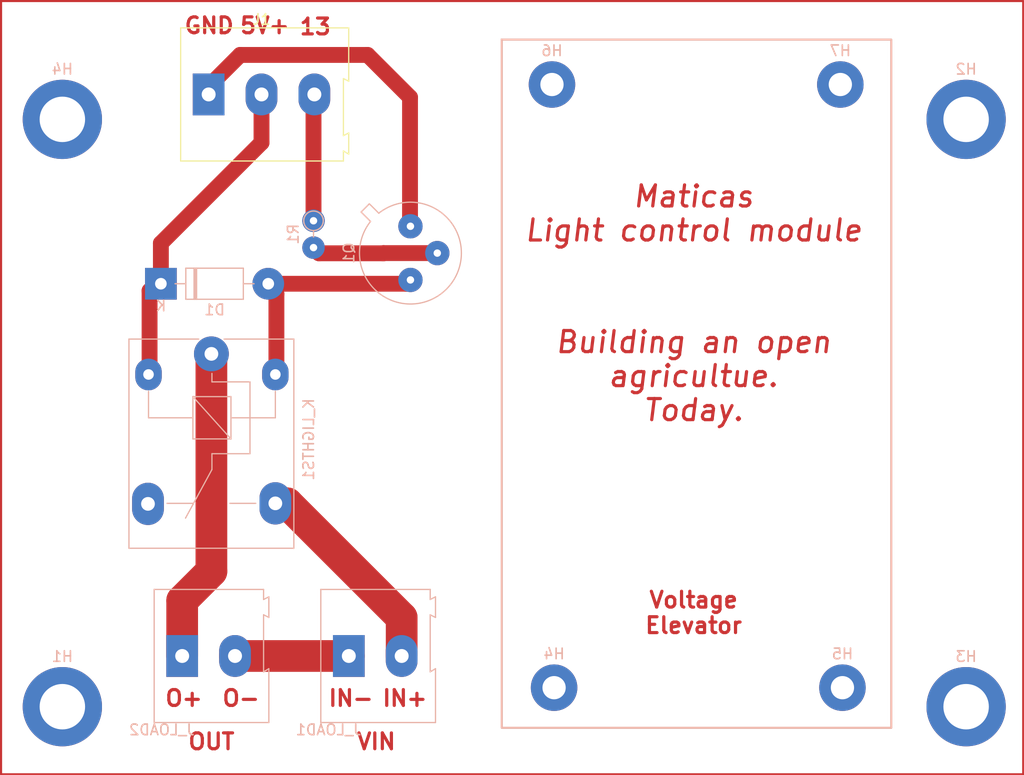
<source format=kicad_pcb>
(kicad_pcb (version 20211014) (generator pcbnew)
  (layers (0 "F.Cu" signal) (31 "B.Cu" signal) (34 "B.Paste" user) (35 "F.Paste" user) (36 "B.SilkS" user "B.Silkscreen") (37 "F.SilkS" user "F.Silkscreen") (38 "B.Mask" user) (39 "F.Mask" user) (44 "Edge.Cuts" user))
  (net 0 "")
  (net 1 "3.3V SIG")
  (net 2 "5V+")
  (net 3 "Net-(K_LIGHTS1-Pad2)")
  (net 4 "GND LOAD")
  (net 5 "GND5V")
  (net 6 "Normally O")
  (net 7 "LOAD IN")
  (net 8 "Normally C")
  (net 9 "Net-(Q1-Pad2)")
  (footprint "TerminalBlock:TerminalBlock_Altech_AK300-3_P5.00mm" (layer "F.Cu") (at 112.24 56.54)
    (fp_text reference "J1" (at 5 -7.1) (layer "F.SilkS"))
    (fp_text value "Screw_Terminal_01x03")
    (fp_line (start 12.75 -1.5) (end 13.25 -1.25) (layer "F.SilkS") (width 0.12))
    (fp_line (start 12.75 5.35) (end 13.25 5.65) (layer "F.SilkS") (width 0.12))
    (fp_line (start 13.25 3.65) (end 12.75 3.9) (layer "F.SilkS") (width 0.12))
    (fp_line (start -2.65 6.3) (end 12.75 6.3) (layer "F.SilkS") (width 0.12))
    (fp_line (start 13.25 -6.3) (end -2.65 -6.3) (layer "F.SilkS") (width 0.12))
    (fp_line (start 12.75 6.3) (end 12.75 5.35) (layer "F.SilkS") (width 0.12))
    (fp_line (start 12.75 3.9) (end 12.75 -1.5) (layer "F.SilkS") (width 0.12))
    (fp_line (start 13.25 5.65) (end 13.25 3.65) (layer "F.SilkS") (width 0.12))
    (fp_line (start -2.65 -6.3) (end -2.65 6.3) (layer "F.SilkS") (width 0.12))
    (fp_line (start 13.25 -1.25) (end 13.25 -6.3) (layer "F.SilkS") (width 0.12))
    (pad "1" thru_hole rect (at 0 0) (size 3 3.96) (drill 1.32) (layers *.Cu *.Mask) (net 5 "GND5V"))
    (pad "2" thru_hole oval (at 5 0) (size 3 3.96) (drill 1.32) (layers *.Cu *.Mask) (net 2 "5V+"))
    (pad "3" thru_hole oval (at 10 0) (size 3 3.96) (drill 1.32) (layers *.Cu *.Mask) (net 1 "3.3V SIG"))
  )
  (footprint "MountingHole:MountingHole_4.3mm_M4_DIN965_Pad" (layer "B.Cu") (at 98.4 58.9 180)
    (fp_text reference "H4" (at 0 4.75) (layer "B.SilkS") (effects (justify mirror)))
    (fp_text value "MountingHole")
    (pad "1" thru_hole circle (at 0 0 180) (size 7.5 7.5) (drill 4.3) (layers *.Cu *.Mask))
  )
  (footprint "MountingHole:MountingHole_2.2mm_M2_Pad" (layer "B.Cu") (at 144.72 55.6 180)
    (fp_text reference "H6" (at 0 3.2) (layer "B.SilkS") (effects (justify mirror)))
    (fp_text value "MountingHole")
    (pad "1" thru_hole circle (at 0 0 180) (size 4.4 4.4) (drill 2.2) (layers F&B.Cu *.Mask))
  )
  (footprint "Package_TO_SOT_THT:TO-39-3" (layer "B.Cu") (at 131.33 69.02 -90)
    (fp_text reference "Q1" (at 2.54 5.82 90) (layer "B.SilkS") (effects (justify mirror)))
    (fp_text value "2N2219")
    (fp_line (start -0.457084 3.774902) (end -1.348039 4.665856) (layer "B.SilkS") (width 0.12))
    (fp_line (start -2.125856 3.888039) (end -1.234902 2.997084) (layer "B.SilkS") (width 0.12))
    (fp_line (start -1.348039 4.665856) (end -2.125856 3.888039) (layer "B.SilkS") (width 0.12))
    (fp_arc (start -1.234674 2.997371) (mid 5.948125 -3.408384) (end -0.457084 3.774902) (layer "B.SilkS") (width 0.12))
    (pad "1" thru_hole oval (at 0 0 270) (size 2.3 2.3) (drill 0.7) (layers *.Cu *.Mask) (net 5 "GND5V"))
    (pad "2" thru_hole oval (at 2.54 -2.54 270) (size 2.3 2.3) (drill 0.7) (layers *.Cu *.Mask) (net 9 "Net-(Q1-Pad2)"))
    (pad "3" thru_hole oval (at 5.08 0 270) (size 2.3 2.3) (drill 0.7) (layers *.Cu *.Mask) (net 3 "Net-(K_LIGHTS1-Pad2)"))
  )
  (footprint "MountingHole:MountingHole_2.2mm_M2_Pad" (layer "B.Cu") (at 172.2 112.7 180)
    (fp_text reference "H5" (at 0 3.2) (layer "B.SilkS") (effects (justify mirror)))
    (fp_text value "MountingHole")
    (pad "1" thru_hole circle (at 0 0 180) (size 4.4 4.4) (drill 2.2) (layers F&B.Cu *.Mask))
  )
  (footprint "Relay_THT:Relay_SPDT_SANYOU_SRD_Series_Form_C" (layer "B.Cu") (at 112.5 81.1 -90)
    (fp_text reference "K_LIGHTS1" (at 8.1 -9.2 90) (layer "B.SilkS") (effects (justify mirror)))
    (fp_text value "SANYOU_SRD_Form_C")
    (fp_line (start 6.05 5.95) (end 6.05 1.75) (layer "B.SilkS") (width 0.12))
    (fp_line (start 6.05 -1.85) (end 6.05 -6.05) (layer "B.SilkS") (width 0.12))
    (fp_line (start -1.4 7.8) (end 18.4 7.8) (layer "B.SilkS") (width 0.12))
    (fp_line (start 4.05 -1.85) (end 4.05 1.75) (layer "B.SilkS") (width 0.12))
    (fp_line (start 14.15 4.2) (end 14.15 1.7) (layer "B.SilkS") (width 0.12))
    (fp_line (start 10.95 -0.05) (end 15.55 2.45) (layer "B.SilkS") (width 0.12))
    (fp_line (start 8.05 -1.85) (end 4.05 -1.85) (layer "B.SilkS") (width 0.12))
    (fp_line (start 2.65 -0.05) (end 2.65 -3.65) (layer "B.SilkS") (width 0.12))
    (fp_line (start 18.4 7.8) (end 18.4 -7.8) (layer "B.SilkS") (width 0.12))
    (fp_line (start 9.45 -3.65) (end 2.65 -3.65) (layer "B.SilkS") (width 0.12))
    (fp_line (start -1.4 -1.2) (end -1.4 -7.8) (layer "B.SilkS") (width 0.12))
    (fp_line (start 8.05 1.75) (end 8.05 -1.85) (layer "B.SilkS") (width 0.12))
    (fp_line (start -1.4 7.8) (end -1.4 1.2) (layer "B.SilkS") (width 0.12))
    (fp_line (start 9.45 -0.05) (end 10.95 -0.05) (layer "B.SilkS") (width 0.12))
    (fp_line (start 2.65 -0.05) (end 1.85 -0.05) (layer "B.SilkS") (width 0.12))
    (fp_line (start 18.4 -7.8) (end -1.4 -7.8) (layer "B.SilkS") (width 0.12))
    (fp_line (start 9.45 -0.05) (end 9.45 -3.65) (layer "B.SilkS") (width 0.12))
    (fp_line (start 4.05 1.75) (end 8.05 1.75) (layer "B.SilkS") (width 0.12))
    (fp_line (start 8.05 -1.85) (end 4.05 1.75) (layer "B.SilkS") (width 0.12))
    (fp_line (start 6.05 5.95) (end 3.55 5.95) (layer "B.SilkS") (width 0.12))
    (fp_line (start 3.55 -6.05) (end 6.05 -6.05) (layer "B.SilkS") (width 0.12))
    (fp_line (start 14.15 -4.2) (end 14.15 -1.75) (layer "B.SilkS") (width 0.12))
    (pad "1" thru_hole circle (at 0 0 180) (size 3.3 3.3) (drill 1.3) (layers *.Cu *.Mask) (net 7 "LOAD IN"))
    (pad "2" thru_hole oval (at 1.95 -6.05 180) (size 2.5 3) (drill 1) (layers *.Cu *.Mask) (net 3 "Net-(K_LIGHTS1-Pad2)"))
    (pad "3" thru_hole oval (at 14.15 -6.05 180) (size 3 4) (drill 1.3) (layers *.Cu *.Mask) (net 6 "Normally O"))
    (pad "4" thru_hole oval (at 14.2 6 180) (size 3 4) (drill 1.3) (layers *.Cu *.Mask) (net 8 "Normally C"))
    (pad "5" thru_hole oval (at 1.95 5.95 180) (size 2.5 3) (drill 1) (layers *.Cu *.Mask) (net 2 "5V+"))
  )
  (footprint "MountingHole:MountingHole_2.2mm_M2_Pad" (layer "B.Cu") (at 172 55.6 180)
    (fp_text reference "H7" (at 0 3.2) (layer "B.SilkS") (effects (justify mirror)))
    (fp_text value "MountingHole")
    (pad "1" thru_hole circle (at 0 0 180) (size 4.4 4.4) (drill 2.2) (layers F&B.Cu *.Mask))
  )
  (footprint "MountingHole:MountingHole_4.3mm_M4_DIN965_Pad" (layer "B.Cu") (at 183.9 58.9 180)
    (fp_text reference "H2" (at 0 4.75) (layer "B.SilkS") (effects (justify mirror)))
    (fp_text value "MountingHole")
    (pad "1" thru_hole circle (at 0 0 180) (size 7.5 7.5) (drill 4.3) (layers *.Cu *.Mask))
  )
  (footprint "Diode_THT:D_DO-41_SOD81_P10.16mm_Horizontal" (layer "B.Cu") (at 107.72 74.46)
    (fp_text reference "D1" (at 5.08 2.47) (layer "B.SilkS") (effects (justify mirror)))
    (fp_text value "1N4004")
    (fp_text user "K" (at 0 2.1) (layer "B.SilkS") (effects (justify mirror)))
    (fp_line (start 3.14 1.47) (end 3.14 -1.47) (layer "B.SilkS") (width 0.12))
    (fp_line (start 2.36 1.47) (end 2.36 -1.47) (layer "B.SilkS") (width 0.12))
    (fp_line (start 7.8 1.47) (end 2.36 1.47) (layer "B.SilkS") (width 0.12))
    (fp_line (start 7.8 -1.47) (end 7.8 1.47) (layer "B.SilkS") (width 0.12))
    (fp_line (start 8.82 0) (end 7.8 0) (layer "B.SilkS") (width 0.12))
    (fp_line (start 2.36 -1.47) (end 7.8 -1.47) (layer "B.SilkS") (width 0.12))
    (fp_line (start 3.26 1.47) (end 3.26 -1.47) (layer "B.SilkS") (width 0.12))
    (fp_line (start 3.38 1.47) (end 3.38 -1.47) (layer "B.SilkS") (width 0.12))
    (fp_line (start 1.34 0) (end 2.36 0) (layer "B.SilkS") (width 0.12))
    (pad "1" thru_hole rect (at 0 0) (size 3 3) (drill 1.1) (layers *.Cu *.Mask) (net 2 "5V+"))
    (pad "2" thru_hole oval (at 10.16 0) (size 3 3) (drill 1.1) (layers *.Cu *.Mask) (net 3 "Net-(K_LIGHTS1-Pad2)"))
  )
  (footprint "MountingHole:MountingHole_4.3mm_M4_DIN965_Pad" (layer "B.Cu") (at 183.9 114.5 180)
    (fp_text reference "H3" (at 0 4.75) (layer "B.SilkS") (effects (justify mirror)))
    (fp_text value "MountingHole")
    (pad "1" thru_hole circle (at 0 0 180) (size 7.5 7.5) (drill 4.3) (layers *.Cu *.Mask))
  )
  (footprint "TerminalBlock:TerminalBlock_Altech_AK300-2_P5.00mm" (layer "B.Cu") (at 109.735 109.7)
    (fp_text reference "J_LOAD2" (at -1.92 6.99) (layer "B.SilkS") (effects (justify mirror)))
    (fp_text value "Screw_Terminal_01x02")
    (fp_line (start 7.7 -6.3) (end 7.7 -5.35) (layer "B.SilkS") (width 0.12))
    (fp_line (start 8.2 -3.65) (end 7.7 -3.9) (layer "B.SilkS") (width 0.12))
    (fp_line (start 7.7 -5.35) (end 8.2 -5.6) (layer "B.SilkS") (width 0.12))
    (fp_line (start 7.7 -3.9) (end 7.7 1.5) (layer "B.SilkS") (width 0.12))
    (fp_line (start -2.65 6.3) (end -2.65 -6.3) (layer "B.SilkS") (width 0.12))
    (fp_line (start -2.65 -6.3) (end 7.7 -6.3) (layer "B.SilkS") (width 0.12))
    (fp_line (start 8.2 -3.7) (end 8.2 -3.65) (layer "B.SilkS") (width 0.12))
    (fp_line (start 8.2 -5.6) (end 8.2 -3.7) (layer "B.SilkS") (width 0.12))
    (fp_line (start 8.2 6.3) (end -2.65 6.3) (layer "B.SilkS") (width 0.12))
    (fp_line (start 7.7 1.5) (end 8.2 1.2) (layer "B.SilkS") (width 0.12))
    (fp_line (start 8.2 1.2) (end 8.2 6.3) (layer "B.SilkS") (width 0.12))
    (pad "1" thru_hole rect (at 0 0) (size 3 3.96) (drill 1.32) (layers *.Cu *.Mask) (net 7 "LOAD IN"))
    (pad "2" thru_hole oval (at 5 0) (size 3 3.96) (drill 1.32) (layers *.Cu *.Mask) (net 4 "GND LOAD"))
  )
  (footprint "MountingHole:MountingHole_4.3mm_M4_DIN965_Pad" (layer "B.Cu") (at 98.4 114.5 180)
    (fp_text reference "H1" (at 0 4.75) (layer "B.SilkS") (effects (justify mirror)))
    (fp_text value "MountingHole")
    (pad "1" thru_hole circle (at 0 0 180) (size 7.5 7.5) (drill 4.3) (layers *.Cu *.Mask))
  )
  (footprint "TerminalBlock:TerminalBlock_Altech_AK300-2_P5.00mm" (layer "B.Cu") (at 125.5 109.7)
    (fp_text reference "J_LOAD1" (at -1.92 6.99) (layer "B.SilkS") (effects (justify mirror)))
    (fp_text value "Screw_Terminal_01x02")
    (fp_line (start 8.2 -5.6) (end 8.2 -3.7) (layer "B.SilkS") (width 0.12))
    (fp_line (start -2.65 -6.3) (end 7.7 -6.3) (layer "B.SilkS") (width 0.12))
    (fp_line (start 7.7 -3.9) (end 7.7 1.5) (layer "B.SilkS") (width 0.12))
    (fp_line (start 7.7 -5.35) (end 8.2 -5.6) (layer "B.SilkS") (width 0.12))
    (fp_line (start -2.65 6.3) (end -2.65 -6.3) (layer "B.SilkS") (width 0.12))
    (fp_line (start 8.2 1.2) (end 8.2 6.3) (layer "B.SilkS") (width 0.12))
    (fp_line (start 7.7 1.5) (end 8.2 1.2) (layer "B.SilkS") (width 0.12))
    (fp_line (start 8.2 6.3) (end -2.65 6.3) (layer "B.SilkS") (width 0.12))
    (fp_line (start 8.2 -3.7) (end 8.2 -3.65) (layer "B.SilkS") (width 0.12))
    (fp_line (start 7.7 -6.3) (end 7.7 -5.35) (layer "B.SilkS") (width 0.12))
    (fp_line (start 8.2 -3.65) (end 7.7 -3.9) (layer "B.SilkS") (width 0.12))
    (pad "1" thru_hole rect (at 0 0) (size 3 3.96) (drill 1.32) (layers *.Cu *.Mask) (net 4 "GND LOAD"))
    (pad "2" thru_hole oval (at 5 0) (size 3 3.96) (drill 1.32) (layers *.Cu *.Mask) (net 6 "Normally O"))
  )
  (footprint "Resistor_THT:R_Axial_DIN0204_L3.6mm_D1.6mm_P2.54mm_Vertical" (layer "B.Cu") (at 122.16 68.5 -90)
    (fp_text reference "R1" (at 1.27 1.92 90) (layer "B.SilkS") (effects (justify mirror)))
    (fp_text value "660")
    (fp_line (start 0.92 0) (end 1.54 0) (layer "B.SilkS") (width 0.12))
    (fp_circle (center 0 0) (end 0.92 0) (layer "B.SilkS") (width 0.12) (fill none))
    (pad "1" thru_hole circle (at 0 0 270) (size 2.125 2.125) (drill 0.7) (layers *.Cu *.Mask) (net 1 "3.3V SIG"))
    (pad "2" thru_hole oval (at 2.54 0 270) (size 2.125 2.125) (drill 0.7) (layers *.Cu *.Mask) (net 9 "Net-(Q1-Pad2)"))
  )
  (footprint "MountingHole:MountingHole_2.2mm_M2_Pad" (layer "B.Cu") (at 144.92 112.7 180)
    (fp_text reference "H4" (at 0 3.2) (layer "B.SilkS") (effects (justify mirror)))
    (fp_text value "MountingHole")
    (pad "1" thru_hole circle (at 0 0 180) (size 4.4 4.4) (drill 2.2) (layers F&B.Cu *.Mask))
  )
  (gr_rect (start 189.3 120.9) (end 92.6 47.7) (layer "F.Cu") (width 0.2) (fill none))
  (gr_rect (start 139.97 116.5) (end 176.82 51.35) (layer "B.SilkS") (width 0.2) (fill none))
  (gr_text "VIN\n" (at 128.1 117.8) (layer "F.Cu") (effects (font (size 1.5 1.5) (thickness 0.3))))
  (gr_text "IN-\n" (at 125.7 113.7) (layer "F.Cu") (effects (font (size 1.5 1.5) (thickness 0.3))))
  (gr_text "OUT" (at 112.5 117.8) (layer "F.Cu") (effects (font (size 1.5 1.5) (thickness 0.3))))
  (gr_text "O-" (at 115.3 113.7) (layer "F.Cu") (effects (font (size 1.5 1.5) (thickness 0.3))))
  (gr_text "13" (at 122.33 50.13) (layer "F.Cu") (effects (font (size 1.5 1.5) (thickness 0.3))))
  (gr_text "Building an open\nagricultue.\nToday." (at 158.12 83.2) (layer "F.Cu") (effects (font (size 2 2) (thickness 0.3) italic)))
  (gr_text "GND\n" (at 112.29 50.02) (layer "F.Cu") (effects (font (size 1.5 1.5) (thickness 0.3))))
  (gr_text "Maticas\nLight control module" (at 158.12 67.8) (layer "F.Cu") (effects (font (size 2 2) (thickness 0.3) italic)))
  (gr_text "O+" (at 109.9 113.7) (layer "F.Cu") (effects (font (size 1.5 1.5) (thickness 0.3))))
  (gr_text "5V+" (at 117.55 50.02) (layer "F.Cu") (effects (font (size 1.5 1.5) (thickness 0.3))))
  (gr_text "Voltage\nElevator" (at 158.12 105.6) (layer "F.Cu") (effects (font (size 1.5 1.5) (thickness 0.3))))
  (gr_text "IN+" (at 130.8 113.7) (layer "F.Cu") (effects (font (size 1.5 1.5) (thickness 0.3))))
  (segment (start 122.16 68.52) (end 122.16 56.62) (width 1.5) (layer "F.Cu") (net 1))
  (segment (start 122.16 56.62) (end 122.24 56.54) (width 1.5) (layer "F.Cu") (net 1))
  (segment (start 107.72 74.46) (end 107.31 74.46) (width 1.5) (layer "F.Cu") (net 2))
  (segment (start 106.65 75.12) (end 106.65 83.05) (width 1.5) (layer "F.Cu") (net 2))
  (segment (start 107.72 70.63) (end 107.72 74.46) (width 1.5) (layer "F.Cu") (net 2))
  (segment (start 117.24 61.11) (end 107.72 70.63) (width 1.5) (layer "F.Cu") (net 2))
  (segment (start 107.31 74.46) (end 106.65 75.12) (width 1.5) (layer "F.Cu") (net 2))
  (segment (start 117.24 56.54) (end 117.24 61.11) (width 1.5) (layer "F.Cu") (net 2))
  (segment (start 117.69 74.46) (end 118.65 75.42) (width 1.5) (layer "F.Cu") (net 3))
  (segment (start 130.95 74.46) (end 117.69 74.46) (width 1.5) (layer "F.Cu") (net 3))
  (segment (start 118.65 75.42) (end 118.65 83.05) (width 1.5) (layer "F.Cu") (net 3))
  (segment (start 131.29 74.12) (end 130.95 74.46) (width 1.5) (layer "F.Cu") (net 3))
  (segment (start 114.735 109.7) (end 125.5 109.7) (width 3) (layer "F.Cu") (net 4))
  (segment (start 115.22 52.8) (end 112.24 55.78) (width 1.5) (layer "F.Cu") (net 5))
  (segment (start 131.29 69.04) (end 131.29 56.81) (width 1.5) (layer "F.Cu") (net 5))
  (segment (start 112.24 55.78) (end 112.24 56.54) (width 1.5) (layer "F.Cu") (net 5))
  (segment (start 131.29 56.81) (end 127.28 52.8) (width 1.5) (layer "F.Cu") (net 5))
  (segment (start 127.28 52.8) (end 115.22 52.8) (width 1.5) (layer "F.Cu") (net 5))
  (segment (start 119.68 95.25) (end 130.5 106.07) (width 3) (layer "F.Cu") (net 6))
  (segment (start 118.55 95.25) (end 119.68 95.25) (width 3) (layer "F.Cu") (net 6))
  (segment (start 130.5 106.07) (end 130.5 109.7) (width 3) (layer "F.Cu") (net 6))
  (segment (start 112.5 101.69) (end 109.735 104.455) (width 3) (layer "F.Cu") (net 7))
  (segment (start 109.735 104.455) (end 109.735 109.7) (width 3) (layer "F.Cu") (net 7))
  (segment (start 112.5 81.1) (end 112.5 101.69) (width 3) (layer "F.Cu") (net 7))
  (segment (start 122.68 71.58) (end 122.16 71.06) (width 1.5) (layer "F.Cu") (net 9))
  (segment (start 128.77 71.56) (end 133.87 71.56) (width 1.5) (layer "F.Cu") (net 9))
  (segment (start 128.75 71.58) (end 122.68 71.58) (width 1.5) (layer "F.Cu") (net 9))
  (segment (start 128.75 71.58) (end 128.77 71.56) (width 1.5) (layer "F.Cu") (net 9))
)
</source>
